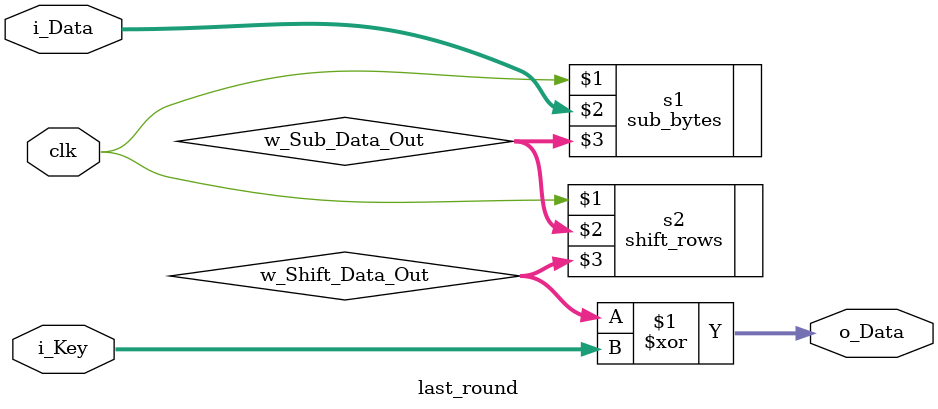
<source format=v>
`timescale 1ns / 1ps

module last_round (
    clk,
    i_Data,
    i_Key,
    o_Data
    );


    input clk;
    input [127:0] i_Data;
    input [127:0] i_Key;
    
    output [127:0] o_Data;

    wire [127:0] w_Sub_Data_Out;
    wire [127:0] w_Shift_Data_Out;

    sub_bytes s1(
        clk,
        i_Data,
        w_Sub_Data_Out
        );


    shift_rows s2(
        clk,
        w_Sub_Data_Out,
        w_Shift_Data_Out
        );

    assign o_Data = w_Shift_Data_Out ^ i_Key;

endmodule
</source>
